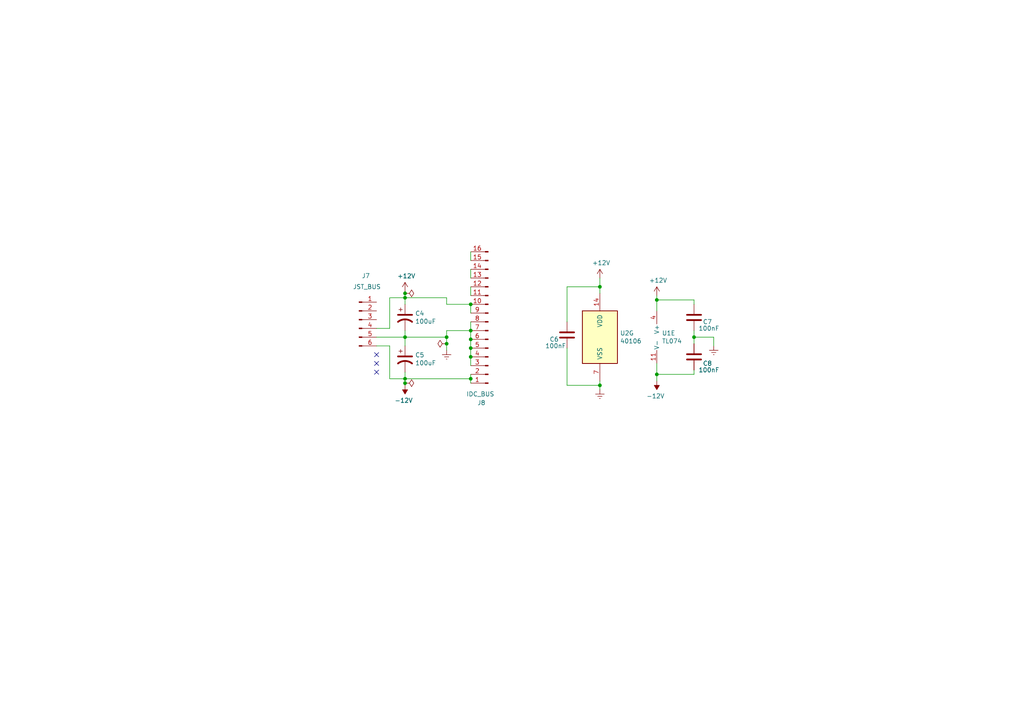
<source format=kicad_sch>
(kicad_sch (version 20211123) (generator eeschema)
  (paper "A4")
  (lib_symbols
    (symbol "4xxx:40106" (pin_names (offset 1.016))
      (property "Reference" "U" (at 0 1.27 0))
      (property "Value" "40106" (at 0 -1.27 0))
      (symbol "40106_1_0"
        (polyline (pts (xy -0.635 -1.27) (xy -0.635 1.27) (xy 0.635 1.27)))
        (polyline (pts (xy -3.81 3.81) (xy -3.81 -3.81) (xy 3.81 0) (xy -3.81 3.81)) (stroke (width 0.254)) (fill (type background)))
        (polyline (pts (xy -1.27 -1.27) (xy 0.635 -1.27) (xy 0.635 1.27) (xy 1.27 1.27)))
        (pin input line (at -7.62 0 0) (length 3.81) (name "~") (number "1"))
        (pin output inverted (at 7.62 0 180) (length 3.81) (name "~") (number "2"))
      )
      (symbol "40106_2_0"
        (polyline (pts (xy -0.635 -1.27) (xy -0.635 1.27) (xy 0.635 1.27)))
        (polyline (pts (xy -3.81 3.81) (xy -3.81 -3.81) (xy 3.81 0) (xy -3.81 3.81)) (stroke (width 0.254)) (fill (type background)))
        (polyline (pts (xy -1.27 -1.27) (xy 0.635 -1.27) (xy 0.635 1.27) (xy 1.27 1.27)))
        (pin input line (at -7.62 0 0) (length 3.81) (name "~") (number "3"))
        (pin output inverted (at 7.62 0 180) (length 3.81) (name "~") (number "4"))
      )
      (symbol "40106_3_0"
        (polyline (pts (xy -0.635 -1.27) (xy -0.635 1.27) (xy 0.635 1.27)))
        (polyline (pts (xy -3.81 3.81) (xy -3.81 -3.81) (xy 3.81 0) (xy -3.81 3.81)) (stroke (width 0.254)) (fill (type background)))
        (polyline (pts (xy -1.27 -1.27) (xy 0.635 -1.27) (xy 0.635 1.27) (xy 1.27 1.27)))
        (pin input line (at -7.62 0 0) (length 3.81) (name "~") (number "5"))
        (pin output inverted (at 7.62 0 180) (length 3.81) (name "~") (number "6"))
      )
      (symbol "40106_4_0"
        (polyline (pts (xy -0.635 -1.27) (xy -0.635 1.27) (xy 0.635 1.27)))
        (polyline (pts (xy -3.81 3.81) (xy -3.81 -3.81) (xy 3.81 0) (xy -3.81 3.81)) (stroke (width 0.254)) (fill (type background)))
        (polyline (pts (xy -1.27 -1.27) (xy 0.635 -1.27) (xy 0.635 1.27) (xy 1.27 1.27)))
        (pin output inverted (at 7.62 0 180) (length 3.81) (name "~") (number "8"))
        (pin input line (at -7.62 0 0) (length 3.81) (name "~") (number "9"))
      )
      (symbol "40106_5_0"
        (polyline (pts (xy -0.635 -1.27) (xy -0.635 1.27) (xy 0.635 1.27)))
        (polyline (pts (xy -3.81 3.81) (xy -3.81 -3.81) (xy 3.81 0) (xy -3.81 3.81)) (stroke (width 0.254)) (fill (type background)))
        (polyline (pts (xy -1.27 -1.27) (xy 0.635 -1.27) (xy 0.635 1.27) (xy 1.27 1.27)))
        (pin output inverted (at 7.62 0 180) (length 3.81) (name "~") (number "10"))
        (pin input line (at -7.62 0 0) (length 3.81) (name "~") (number "11"))
      )
      (symbol "40106_6_0"
        (polyline (pts (xy -0.635 -1.27) (xy -0.635 1.27) (xy 0.635 1.27)))
        (polyline (pts (xy -3.81 3.81) (xy -3.81 -3.81) (xy 3.81 0) (xy -3.81 3.81)) (stroke (width 0.254)) (fill (type background)))
        (polyline (pts (xy -1.27 -1.27) (xy 0.635 -1.27) (xy 0.635 1.27) (xy 1.27 1.27)))
        (pin output inverted (at 7.62 0 180) (length 3.81) (name "~") (number "12"))
        (pin input line (at -7.62 0 0) (length 3.81) (name "~") (number "13"))
      )
      (symbol "40106_7_0"
        (pin power_in line (at 0 12.7 270) (length 5.08) (name "VDD") (number "14"))
        (pin power_in line (at 0 -12.7 90) (length 5.08) (name "VSS") (number "7"))
      )
      (symbol "40106_7_1"
        (rectangle (start -5.08 7.62) (end 5.08 -7.62) (stroke (width 0.254)) (fill (type background)))
      )
    )
    (symbol "Amplifier_Operational:TL074" (pin_names (offset 0.127))
      (property "Reference" "U" (at 0 5.08 0))
      (property "Value" "TL074" (at 0 -5.08 0))
      (symbol "TL074_1_1"
        (polyline (pts (xy -5.08 5.08) (xy 5.08 0) (xy -5.08 -5.08) (xy -5.08 5.08)) (stroke (width 0.254)) (fill (type background)))
        (pin output line (at 7.62 0 180) (length 2.54) (name "~") (number "1"))
        (pin input line (at -7.62 -2.54 0) (length 2.54) (name "-") (number "2"))
        (pin input line (at -7.62 2.54 0) (length 2.54) (name "+") (number "3"))
      )
      (symbol "TL074_2_1"
        (polyline (pts (xy -5.08 5.08) (xy 5.08 0) (xy -5.08 -5.08) (xy -5.08 5.08)) (stroke (width 0.254)) (fill (type background)))
        (pin input line (at -7.62 2.54 0) (length 2.54) (name "+") (number "5"))
        (pin input line (at -7.62 -2.54 0) (length 2.54) (name "-") (number "6"))
        (pin output line (at 7.62 0 180) (length 2.54) (name "~") (number "7"))
      )
      (symbol "TL074_3_1"
        (polyline (pts (xy -5.08 5.08) (xy 5.08 0) (xy -5.08 -5.08) (xy -5.08 5.08)) (stroke (width 0.254)) (fill (type background)))
        (pin input line (at -7.62 2.54 0) (length 2.54) (name "+") (number "10"))
        (pin output line (at 7.62 0 180) (length 2.54) (name "~") (number "8"))
        (pin input line (at -7.62 -2.54 0) (length 2.54) (name "-") (number "9"))
      )
      (symbol "TL074_4_1"
        (polyline (pts (xy -5.08 5.08) (xy 5.08 0) (xy -5.08 -5.08) (xy -5.08 5.08)) (stroke (width 0.254)) (fill (type background)))
        (pin input line (at -7.62 2.54 0) (length 2.54) (name "+") (number "12"))
        (pin input line (at -7.62 -2.54 0) (length 2.54) (name "-") (number "13"))
        (pin output line (at 7.62 0 180) (length 2.54) (name "~") (number "14"))
      )
      (symbol "TL074_5_1"
        (pin power_in line (at -2.54 -7.62 90) (length 3.81) (name "V-") (number "11"))
        (pin power_in line (at -2.54 7.62 270) (length 3.81) (name "V+") (number "4"))
      )
    )
    (symbol "Connector:Conn_01x06_Male" (pin_names (offset 1.016) hide)
      (property "Reference" "J" (at 0 7.62 0))
      (property "Value" "Conn_01x06_Male" (at 0 -10.16 0))
      (symbol "Conn_01x06_Male_1_1"
        (polyline (pts (xy 1.27 -7.62) (xy 0.8636 -7.62)) (stroke (width 0.1524)))
        (polyline (pts (xy 1.27 -5.08) (xy 0.8636 -5.08)) (stroke (width 0.1524)))
        (polyline (pts (xy 1.27 -2.54) (xy 0.8636 -2.54)) (stroke (width 0.1524)))
        (polyline (pts (xy 1.27 0) (xy 0.8636 0)) (stroke (width 0.1524)))
        (polyline (pts (xy 1.27 2.54) (xy 0.8636 2.54)) (stroke (width 0.1524)))
        (polyline (pts (xy 1.27 5.08) (xy 0.8636 5.08)) (stroke (width 0.1524)))
        (rectangle (start 0.8636 -7.493) (end 0 -7.747) (stroke (width 0.1524)) (fill (type outline)))
        (rectangle (start 0.8636 -4.953) (end 0 -5.207) (stroke (width 0.1524)) (fill (type outline)))
        (rectangle (start 0.8636 -2.413) (end 0 -2.667) (stroke (width 0.1524)) (fill (type outline)))
        (rectangle (start 0.8636 0.127) (end 0 -0.127) (stroke (width 0.1524)) (fill (type outline)))
        (rectangle (start 0.8636 2.667) (end 0 2.413) (stroke (width 0.1524)) (fill (type outline)))
        (rectangle (start 0.8636 5.207) (end 0 4.953) (stroke (width 0.1524)) (fill (type outline)))
        (pin passive line (at 5.08 5.08 180) (length 3.81) (name "Pin_1") (number "1"))
        (pin passive line (at 5.08 2.54 180) (length 3.81) (name "Pin_2") (number "2"))
        (pin passive line (at 5.08 0 180) (length 3.81) (name "Pin_3") (number "3"))
        (pin passive line (at 5.08 -2.54 180) (length 3.81) (name "Pin_4") (number "4"))
        (pin passive line (at 5.08 -5.08 180) (length 3.81) (name "Pin_5") (number "5"))
        (pin passive line (at 5.08 -7.62 180) (length 3.81) (name "Pin_6") (number "6"))
      )
    )
    (symbol "Connector:Conn_01x16_Male" (pin_names (offset 1.016) hide)
      (property "Reference" "J" (at 0 20.32 0))
      (property "Value" "Conn_01x16_Male" (at 0 -22.86 0))
      (symbol "Conn_01x16_Male_1_1"
        (polyline (pts (xy 1.27 -20.32) (xy 0.8636 -20.32)) (stroke (width 0.1524)))
        (polyline (pts (xy 1.27 -17.78) (xy 0.8636 -17.78)) (stroke (width 0.1524)))
        (polyline (pts (xy 1.27 -15.24) (xy 0.8636 -15.24)) (stroke (width 0.1524)))
        (polyline (pts (xy 1.27 -12.7) (xy 0.8636 -12.7)) (stroke (width 0.1524)))
        (polyline (pts (xy 1.27 -10.16) (xy 0.8636 -10.16)) (stroke (width 0.1524)))
        (polyline (pts (xy 1.27 -7.62) (xy 0.8636 -7.62)) (stroke (width 0.1524)))
        (polyline (pts (xy 1.27 -5.08) (xy 0.8636 -5.08)) (stroke (width 0.1524)))
        (polyline (pts (xy 1.27 -2.54) (xy 0.8636 -2.54)) (stroke (width 0.1524)))
        (polyline (pts (xy 1.27 0) (xy 0.8636 0)) (stroke (width 0.1524)))
        (polyline (pts (xy 1.27 2.54) (xy 0.8636 2.54)) (stroke (width 0.1524)))
        (polyline (pts (xy 1.27 5.08) (xy 0.8636 5.08)) (stroke (width 0.1524)))
        (polyline (pts (xy 1.27 7.62) (xy 0.8636 7.62)) (stroke (width 0.1524)))
        (polyline (pts (xy 1.27 10.16) (xy 0.8636 10.16)) (stroke (width 0.1524)))
        (polyline (pts (xy 1.27 12.7) (xy 0.8636 12.7)) (stroke (width 0.1524)))
        (polyline (pts (xy 1.27 15.24) (xy 0.8636 15.24)) (stroke (width 0.1524)))
        (polyline (pts (xy 1.27 17.78) (xy 0.8636 17.78)) (stroke (width 0.1524)))
        (rectangle (start 0.8636 -20.193) (end 0 -20.447) (stroke (width 0.1524)) (fill (type outline)))
        (rectangle (start 0.8636 -17.653) (end 0 -17.907) (stroke (width 0.1524)) (fill (type outline)))
        (rectangle (start 0.8636 -15.113) (end 0 -15.367) (stroke (width 0.1524)) (fill (type outline)))
        (rectangle (start 0.8636 -12.573) (end 0 -12.827) (stroke (width 0.1524)) (fill (type outline)))
        (rectangle (start 0.8636 -10.033) (end 0 -10.287) (stroke (width 0.1524)) (fill (type outline)))
        (rectangle (start 0.8636 -7.493) (end 0 -7.747) (stroke (width 0.1524)) (fill (type outline)))
        (rectangle (start 0.8636 -4.953) (end 0 -5.207) (stroke (width 0.1524)) (fill (type outline)))
        (rectangle (start 0.8636 -2.413) (end 0 -2.667) (stroke (width 0.1524)) (fill (type outline)))
        (rectangle (start 0.8636 0.127) (end 0 -0.127) (stroke (width 0.1524)) (fill (type outline)))
        (rectangle (start 0.8636 2.667) (end 0 2.413) (stroke (width 0.1524)) (fill (type outline)))
        (rectangle (start 0.8636 5.207) (end 0 4.953) (stroke (width 0.1524)) (fill (type outline)))
        (rectangle (start 0.8636 7.747) (end 0 7.493) (stroke (width 0.1524)) (fill (type outline)))
        (rectangle (start 0.8636 10.287) (end 0 10.033) (stroke (width 0.1524)) (fill (type outline)))
        (rectangle (start 0.8636 12.827) (end 0 12.573) (stroke (width 0.1524)) (fill (type outline)))
        (rectangle (start 0.8636 15.367) (end 0 15.113) (stroke (width 0.1524)) (fill (type outline)))
        (rectangle (start 0.8636 17.907) (end 0 17.653) (stroke (width 0.1524)) (fill (type outline)))
        (pin passive line (at 5.08 17.78 180) (length 3.81) (name "Pin_1") (number "1"))
        (pin passive line (at 5.08 -5.08 180) (length 3.81) (name "Pin_10") (number "10"))
        (pin passive line (at 5.08 -7.62 180) (length 3.81) (name "Pin_11") (number "11"))
        (pin passive line (at 5.08 -10.16 180) (length 3.81) (name "Pin_12") (number "12"))
        (pin passive line (at 5.08 -12.7 180) (length 3.81) (name "Pin_13") (number "13"))
        (pin passive line (at 5.08 -15.24 180) (length 3.81) (name "Pin_14") (number "14"))
        (pin passive line (at 5.08 -17.78 180) (length 3.81) (name "Pin_15") (number "15"))
        (pin passive line (at 5.08 -20.32 180) (length 3.81) (name "Pin_16") (number "16"))
        (pin passive line (at 5.08 15.24 180) (length 3.81) (name "Pin_2") (number "2"))
        (pin passive line (at 5.08 12.7 180) (length 3.81) (name "Pin_3") (number "3"))
        (pin passive line (at 5.08 10.16 180) (length 3.81) (name "Pin_4") (number "4"))
        (pin passive line (at 5.08 7.62 180) (length 3.81) (name "Pin_5") (number "5"))
        (pin passive line (at 5.08 5.08 180) (length 3.81) (name "Pin_6") (number "6"))
        (pin passive line (at 5.08 2.54 180) (length 3.81) (name "Pin_7") (number "7"))
        (pin passive line (at 5.08 0 180) (length 3.81) (name "Pin_8") (number "8"))
        (pin passive line (at 5.08 -2.54 180) (length 3.81) (name "Pin_9") (number "9"))
      )
    )
    (symbol "Device:C" (pin_numbers hide) (pin_names (offset 0.254))
      (property "Reference" "C" (at 0.635 2.54 0))
      (property "Value" "C" (at 0.635 -2.54 0))
      (symbol "C_0_1"
        (polyline (pts (xy -2.032 -0.762) (xy 2.032 -0.762)) (stroke (width 0.508)))
        (polyline (pts (xy -2.032 0.762) (xy 2.032 0.762)) (stroke (width 0.508)))
      )
      (symbol "C_1_1"
        (pin passive line (at 0 3.81 270) (length 2.794) (name "~") (number "1"))
        (pin passive line (at 0 -3.81 90) (length 2.794) (name "~") (number "2"))
      )
    )
    (symbol "MiniOSC-rescue:CP1-Device" (pin_numbers hide) (pin_names (offset 0.254) hide)
      (property "Reference" "C" (at 0.635 2.54 0))
      (property "Value" "CP1-Device" (at 0.635 -2.54 0))
      (symbol "CP1-Device_0_1"
        (polyline (pts (xy -2.032 0.762) (xy 2.032 0.762)) (stroke (width 0.508)))
        (polyline (pts (xy -1.778 2.286) (xy -0.762 2.286)))
        (polyline (pts (xy -1.27 1.778) (xy -1.27 2.794)))
        (arc (start 2.032 -1.27) (mid 0 -0.5572) (end -2.032 -1.27) (stroke (width 0.508)))
      )
      (symbol "CP1-Device_1_1"
        (pin passive line (at 0 3.81 270) (length 2.794) (name "~") (number "1"))
        (pin passive line (at 0 -3.81 90) (length 3.302) (name "~") (number "2"))
      )
    )
    (symbol "power:+12V" (power) (pin_names (offset 0))
      (property "Value" "+12V" (at 0 3.556 0))
      (symbol "+12V_0_1"
        (polyline (pts (xy -0.762 1.27) (xy 0 2.54)))
        (polyline (pts (xy 0 0) (xy 0 2.54)))
        (polyline (pts (xy 0 2.54) (xy 0.762 1.27)))
      )
      (symbol "+12V_1_1"
        (pin power_in line (at 0 0 90) (length 0) hide (name "+12V") (number "1"))
      )
    )
    (symbol "power:-12V" (power) (pin_names (offset 0))
      (property "Value" "-12V" (at 0 3.81 0))
      (symbol "-12V_0_0"
        (pin power_in line (at 0 0 90) (length 0) hide (name "-12V") (number "1"))
      )
      (symbol "-12V_0_1"
        (polyline (pts (xy 0 0) (xy 0 1.27) (xy 0.762 1.27) (xy 0 2.54) (xy -0.762 1.27) (xy 0 1.27)) (fill (type outline)))
      )
    )
    (symbol "power:Earth" (power) (pin_names (offset 0))
      (symbol "Earth_0_1"
        (polyline (pts (xy -0.635 -1.905) (xy 0.635 -1.905)))
        (polyline (pts (xy -0.127 -2.54) (xy 0.127 -2.54)))
        (polyline (pts (xy 0 -1.27) (xy 0 0)))
        (polyline (pts (xy 1.27 -1.27) (xy -1.27 -1.27)))
      )
      (symbol "Earth_1_1"
        (pin power_in line (at 0 0 270) (length 0) hide (name "Earth") (number "1"))
      )
    )
    (symbol "power:PWR_FLAG" (power) (pin_numbers hide) (pin_names (offset 0) hide)
      (property "Value" "PWR_FLAG" (at 0 3.81 0))
      (symbol "PWR_FLAG_0_0"
        (pin power_out line (at 0 0 90) (length 0) (name "pwr") (number "1"))
      )
      (symbol "PWR_FLAG_0_1"
        (polyline (pts (xy 0 0) (xy 0 1.27) (xy -1.016 1.905) (xy 0 2.54) (xy 1.016 1.905) (xy 0 1.27)))
      )
    )
  )
  (junction (at 173.99 111.76))
  (junction (at 117.475 86.36))
  (junction (at 190.5 108.585))
  (junction (at 136.525 88.265))
  (junction (at 129.54 99.695))
  (junction (at 136.525 98.425))
  (junction (at 117.475 85.09))
  (junction (at 117.475 97.79))
  (junction (at 136.525 103.505))
  (junction (at 136.525 95.885))
  (junction (at 117.475 111.125))
  (junction (at 129.54 97.79))
  (junction (at 117.475 109.855))
  (junction (at 173.99 83.185))
  (junction (at 190.5 86.995))
  (junction (at 136.525 100.965))
  (junction (at 136.525 109.855))
  (junction (at 201.295 97.79))
  (no_connect (at 109.22 102.87))
  (no_connect (at 109.22 107.95))
  (no_connect (at 109.22 105.41))
  (wire (pts (xy 129.54 99.695) (xy 129.54 101.6)))
  (wire (pts (xy 117.475 84.455) (xy 117.475 85.09)))
  (wire (pts (xy 201.295 95.885) (xy 201.295 97.79)))
  (wire (pts (xy 117.475 97.79) (xy 117.475 100.33)))
  (wire (pts (xy 136.525 108.585) (xy 136.525 109.855)))
  (wire (pts (xy 164.465 111.76) (xy 173.99 111.76)))
  (wire (pts (xy 201.295 86.995) (xy 190.5 86.995)))
  (wire (pts (xy 136.525 73.025) (xy 136.525 75.565)))
  (wire (pts (xy 190.5 86.995) (xy 190.5 90.17)))
  (wire (pts (xy 117.475 95.885) (xy 117.475 97.79)))
  (wire (pts (xy 113.03 95.25) (xy 113.03 86.36)))
  (wire (pts (xy 129.54 97.79) (xy 129.54 99.695)))
  (wire (pts (xy 190.5 108.585) (xy 190.5 110.49)))
  (wire (pts (xy 117.475 86.36) (xy 117.475 88.265)))
  (wire (pts (xy 113.03 100.33) (xy 113.03 109.855)))
  (wire (pts (xy 136.525 93.345) (xy 136.525 95.885)))
  (wire (pts (xy 190.5 85.725) (xy 190.5 86.995)))
  (wire (pts (xy 117.475 97.79) (xy 129.54 97.79)))
  (wire (pts (xy 129.54 95.885) (xy 129.54 97.79)))
  (wire (pts (xy 201.295 97.79) (xy 207.01 97.79)))
  (wire (pts (xy 109.22 95.25) (xy 113.03 95.25)))
  (wire (pts (xy 164.465 83.185) (xy 164.465 93.345)))
  (wire (pts (xy 190.5 105.41) (xy 190.5 108.585)))
  (wire (pts (xy 173.99 80.645) (xy 173.99 83.185)))
  (wire (pts (xy 109.22 97.79) (xy 117.475 97.79)))
  (wire (pts (xy 201.295 107.315) (xy 201.295 108.585)))
  (wire (pts (xy 117.475 109.855) (xy 117.475 111.125)))
  (wire (pts (xy 113.03 86.36) (xy 117.475 86.36)))
  (wire (pts (xy 201.295 88.265) (xy 201.295 86.995)))
  (wire (pts (xy 201.295 108.585) (xy 190.5 108.585)))
  (wire (pts (xy 164.465 100.965) (xy 164.465 111.76)))
  (wire (pts (xy 136.525 88.265) (xy 136.525 90.805)))
  (wire (pts (xy 113.03 109.855) (xy 117.475 109.855)))
  (wire (pts (xy 129.54 88.265) (xy 136.525 88.265)))
  (wire (pts (xy 117.475 85.09) (xy 117.475 86.36)))
  (wire (pts (xy 207.01 97.79) (xy 207.01 100.33)))
  (wire (pts (xy 129.54 86.36) (xy 129.54 88.265)))
  (wire (pts (xy 136.525 109.855) (xy 136.525 111.125)))
  (wire (pts (xy 109.22 100.33) (xy 113.03 100.33)))
  (wire (pts (xy 136.525 98.425) (xy 136.525 100.965)))
  (wire (pts (xy 117.475 109.855) (xy 136.525 109.855)))
  (wire (pts (xy 117.475 111.125) (xy 117.475 111.76)))
  (wire (pts (xy 117.475 107.95) (xy 117.475 109.855)))
  (wire (pts (xy 173.99 83.185) (xy 164.465 83.185)))
  (wire (pts (xy 136.525 78.105) (xy 136.525 80.645)))
  (wire (pts (xy 117.475 86.36) (xy 129.54 86.36)))
  (wire (pts (xy 136.525 95.885) (xy 136.525 98.425)))
  (wire (pts (xy 173.99 110.49) (xy 173.99 111.76)))
  (wire (pts (xy 136.525 103.505) (xy 136.525 106.045)))
  (wire (pts (xy 201.295 97.79) (xy 201.295 99.695)))
  (wire (pts (xy 136.525 95.885) (xy 129.54 95.885)))
  (wire (pts (xy 136.525 83.185) (xy 136.525 85.725)))
  (wire (pts (xy 173.99 111.76) (xy 173.99 113.03)))
  (wire (pts (xy 173.99 83.185) (xy 173.99 85.09)))
  (wire (pts (xy 136.525 100.965) (xy 136.525 103.505)))
  (symbol (lib_id "power:+12V") (at 117.475 84.455 0) (unit 1)
    (property "Value" "+12V" (at 117.856 80.0608 0))
  )
  (symbol (lib_id "power:-12V") (at 117.475 111.76 180) (unit 1)
    (property "Value" "-12V" (at 117.094 116.1542 0))
  )
  (symbol (lib_id "Connector:Conn_01x06_Male") (at 104.14 92.71 0) (unit 1)
    (property "Reference" "J7" (at 107.315 80.01 0) (effects (justify right)))
    (property "Value" "JST_BUS" (at 110.49 83.185 0) (effects (justify right)))
    (property "Footprint" "Connector_JST:JST_XH_B6B-XH-A_1x06_P2.50mm_Vertical" (effects hide))
  )
  (symbol (lib_id "Connector:Conn_01x16_Male") (at 141.605 93.345 180) (unit 1)
    (property "Reference" "J8" (at 138.43 116.84 0) (effects (justify right)))
    (property "Value" "IDC_BUS" (at 135.255 114.3 0) (effects (justify right)))
    (property "Footprint" "Connector_IDC:IDC-Header_2x08_P2.54mm_Vertical" (effects hide))
  )
  (symbol (lib_id "MiniOSC-rescue:CP1-Device") (at 117.475 104.14 0) (unit 1)
    (property "Reference" "C5" (at 120.396 102.9716 0) (effects (justify left)))
    (property "Value" "100uF" (at 120.396 105.283 0) (effects (justify left)))
    (property "Footprint" "Capacitor_THT:CP_Radial_D5.0mm_P2.50mm" (effects hide))
  )
  (symbol (lib_id "MiniOSC-rescue:CP1-Device") (at 117.475 92.075 0) (unit 1)
    (property "Reference" "C4" (at 120.396 90.9066 0) (effects (justify left)))
    (property "Value" "100uF" (at 120.396 93.218 0) (effects (justify left)))
    (property "Footprint" "Capacitor_THT:CP_Radial_D5.0mm_P2.50mm" (effects hide))
  )
  (symbol (lib_id "power:PWR_FLAG") (at 117.475 111.125 270) (unit 1)
    (property "Value" "PWR_FLAG" (effects hide))
  )
  (symbol (lib_id "power:PWR_FLAG") (at 117.475 85.09 270) (unit 1)
    (property "Value" "PWR_FLAG" (effects hide))
  )
  (symbol (lib_id "power:Earth") (at 129.54 101.6 0) (unit 1)
    (property "Value" "Earth" (effects hide))
  )
  (symbol (lib_id "power:PWR_FLAG") (at 129.54 99.695 90) (unit 1)
    (property "Value" "PWR_FLAG" (effects hide))
  )
  (symbol (lib_id "4xxx:40106") (at 173.99 97.79 0) (unit 7)
    (property "Reference" "U2" (at 179.832 96.6216 0) (effects (justify left)))
    (property "Value" "40106" (at 179.832 98.933 0) (effects (justify left)))
    (property "Footprint" "Package_DIP:DIP-14_W7.62mm_Socket" (effects hide))
    (property "Datasheet" "https://assets.nexperia.com/documents/data-sheet/HEF40106B.pdf" (effects hide))
  )
  (symbol (lib_id "power:Earth") (at 173.99 113.03 0) (unit 1)
    (property "Value" "Earth" (effects hide))
  )
  (symbol (lib_id "Device:C") (at 164.465 97.155 0) (unit 1)
    (property "Reference" "C6" (at 159.385 98.425 0) (effects (justify left)))
    (property "Value" "100nF" (at 158.115 100.33 0) (effects (justify left)))
    (property "Footprint" "Capacitor_THT:C_Rect_L7.2mm_W2.5mm_P5.00mm_FKS2_FKP2_MKS2_MKP2" (effects hide))
  )
  (symbol (lib_id "power:Earth") (at 207.01 100.33 0) (unit 1)
    (property "Value" "Earth" (effects hide))
  )
  (symbol (lib_id "Device:C") (at 201.295 103.505 0) (unit 1)
    (property "Reference" "C8" (at 203.835 105.41 0) (effects (justify left)))
    (property "Value" "100nF" (at 202.565 107.315 0) (effects (justify left)))
    (property "Footprint" "Capacitor_THT:C_Rect_L7.2mm_W2.5mm_P5.00mm_FKS2_FKP2_MKS2_MKP2" (effects hide))
  )
  (symbol (lib_id "Device:C") (at 201.295 92.075 0) (unit 1)
    (property "Reference" "C7" (at 203.835 93.345 0) (effects (justify left)))
    (property "Value" "100nF" (at 202.565 95.25 0) (effects (justify left)))
    (property "Footprint" "Capacitor_THT:C_Rect_L7.2mm_W2.5mm_P5.00mm_FKS2_FKP2_MKS2_MKP2" (effects hide))
  )
  (symbol (lib_id "power:+12V") (at 190.5 85.725 0) (unit 1)
    (property "Value" "+12V" (at 190.881 81.3308 0))
  )
  (symbol (lib_id "Amplifier_Operational:TL074") (at 193.04 97.79 0) (unit 5)
    (property "Reference" "U1" (at 191.9732 96.6216 0) (effects (justify left)))
    (property "Value" "TL074" (at 191.9732 98.933 0) (effects (justify left)))
    (property "Footprint" "Package_DIP:DIP-14_W7.62mm_Socket" (effects hide))
    (property "Datasheet" "https://assets.nexperia.com/documents/data-sheet/HEF40106B.pdf" (effects hide))
  )
  (symbol (lib_id "power:+12V") (at 173.99 80.645 0) (unit 1)
    (property "Value" "+12V" (at 174.371 76.2508 0))
  )
  (symbol (lib_id "power:-12V") (at 190.5 110.49 180) (unit 1)
    (property "Value" "-12V" (at 190.119 114.8842 0))
  )
)
</source>
